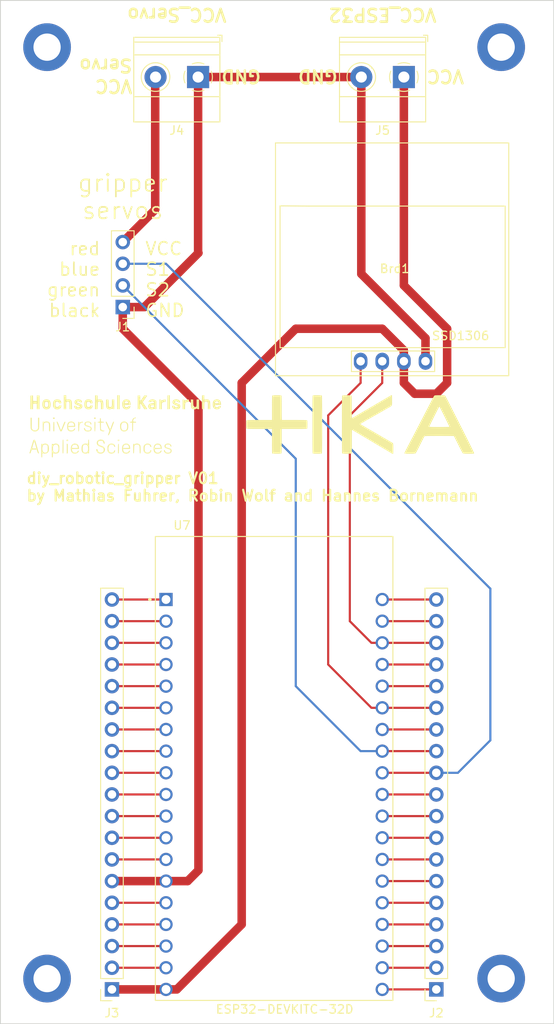
<source format=kicad_pcb>
(kicad_pcb (version 20221018) (generator pcbnew)
  (title_block (title "diy_robotics_gripper V01"))
  (layers (0 "F.Cu" signal) (31 "B.Cu" signal) (34 "B.Paste" user) (35 "F.Paste" user) (36 "B.SilkS" user "B.Silkscreen") (37 "F.SilkS" user "F.Silkscreen") (38 "B.Mask" user) (39 "F.Mask" user) (44 "Edge.Cuts" user))
  (net 0 "")
  (net 1 "/GND")
  (net 2 "/ServoVCC")
  (net 3 "Net-(J2-Pin_1)")
  (net 4 "Net-(J2-Pin_2)")
  (net 5 "Net-(J2-Pin_3)")
  (net 6 "Net-(J2-Pin_4)")
  (net 7 "Net-(J2-Pin_5)")
  (net 8 "Net-(J2-Pin_6)")
  (net 9 "Net-(J2-Pin_7)")
  (net 10 "Net-(J2-Pin_8)")
  (net 11 "Net-(J2-Pin_9)")
  (net 12 "Net-(J2-Pin_10)")
  (net 13 "S1")
  (net 14 "S2")
  (net 15 "Net-(J2-Pin_13)")
  (net 16 "Net-(J2-Pin_15)")
  (net 17 "Net-(J2-Pin_16)")
  (net 18 "Net-(J2-Pin_18)")
  (net 19 "Net-(J2-Pin_19)")
  (net 20 "Net-(J3-Pin_2)")
  (net 21 "Net-(J3-Pin_3)")
  (net 22 "Net-(J3-Pin_4)")
  (net 23 "Net-(J3-Pin_5)")
  (net 24 "Net-(J3-Pin_7)")
  (net 25 "Net-(J3-Pin_8)")
  (net 26 "Net-(J3-Pin_9)")
  (net 27 "Net-(J3-Pin_10)")
  (net 28 "Net-(J3-Pin_11)")
  (net 29 "Net-(J3-Pin_12)")
  (net 30 "Net-(J3-Pin_13)")
  (net 31 "Net-(J3-Pin_14)")
  (net 32 "Net-(J3-Pin_15)")
  (net 33 "Net-(J3-Pin_16)")
  (net 34 "Net-(J3-Pin_17)")
  (net 35 "Net-(J3-Pin_18)")
  (net 36 "Net-(J3-Pin_19)")
  (net 37 "Disp_SCL")
  (net 38 "Disp_SDA")
  (net 39 "/5V")
  (footprint "Connector_PinHeader_2.54mm:PinHeader_1x04_P2.54mm_Vertical" (layer "F.Cu") (at 39.37 60.96 180)
    (fp_text reference "J1" (at 0 -2.33) (layer "F.SilkS"))
    (fp_text value "Conn_01x04")
    (pad "1" thru_hole rect (at 0 0 180) (size 1.7 1.7) (drill 1) (layers "*.Cu" "*.Mask") (net 1 "/GND"))
    (pad "2" thru_hole oval (at 0 2.54 180) (size 1.7 1.7) (drill 1) (layers "*.Cu" "*.Mask") (net 14 "S2"))
    (pad "3" thru_hole oval (at 0 5.08 180) (size 1.7 1.7) (drill 1) (layers "*.Cu" "*.Mask") (net 13 "S1"))
    (pad "4" thru_hole oval (at 0 7.62 180) (size 1.7 1.7) (drill 1) (layers "*.Cu" "*.Mask") (net 2 "/ServoVCC"))
  )
  (footprint "MountingHole:MountingHole_3.2mm_M3_DIN965_Pad" (layer "F.Cu") (at 30.48 30.48)
    (fp_text reference "H1")
    (fp_text value "MountingHole")
    (pad "1" thru_hole circle (at 0 0) (size 5.6 5.6) (drill 3.2) (layers "*.Cu" "*.Mask"))
  )
  (footprint "TerminalBlock_Phoenix:TerminalBlock_Phoenix_MKDS-1,5-2_1x02_P5.00mm_Horizontal" (layer "F.Cu") (at 72.39 33.985 180)
    (fp_text reference "J5" (at 2.5 -6.26) (layer "F.SilkS"))
    (fp_text value "VCC_ESP32" (at 2.5 7.315 180 unlocked) (layer "F.SilkS") (effects (font (size 1.5 1.5) (thickness 0.3) bold)))
    (pad "1" thru_hole rect (at 0 0 180) (size 2.6 2.6) (drill 1.3) (layers "*.Cu" "*.Mask") (net 39 "/5V"))
    (pad "2" thru_hole circle (at 5 0 180) (size 2.6 2.6) (drill 1.3) (layers "*.Cu" "*.Mask") (net 1 "/GND"))
  )
  (footprint "Connector_PinSocket_2.54mm:PinSocket_1x19_P2.54mm_Vertical" (layer "F.Cu") (at 76.2 140.97 180)
    (fp_text reference "J2" (at 0 -2.77) (layer "F.SilkS"))
    (fp_text value "Conn_01x19_Socket")
    (pad "1" thru_hole rect (at 0 0 180) (size 1.7 1.7) (drill 1) (layers "*.Cu" "*.Mask") (net 3 "Net-(J2-Pin_1)"))
    (pad "2" thru_hole oval (at 0 2.54 180) (size 1.7 1.7) (drill 1) (layers "*.Cu" "*.Mask") (net 4 "Net-(J2-Pin_2)"))
    (pad "3" thru_hole oval (at 0 5.08 180) (size 1.7 1.7) (drill 1) (layers "*.Cu" "*.Mask") (net 5 "Net-(J2-Pin_3)"))
    (pad "4" thru_hole oval (at 0 7.62 180) (size 1.7 1.7) (drill 1) (layers "*.Cu" "*.Mask") (net 6 "Net-(J2-Pin_4)"))
    (pad "5" thru_hole oval (at 0 10.16 180) (size 1.7 1.7) (drill 1) (layers "*.Cu" "*.Mask") (net 7 "Net-(J2-Pin_5)"))
    (pad "6" thru_hole oval (at 0 12.7 180) (size 1.7 1.7) (drill 1) (layers "*.Cu" "*.Mask") (net 8 "Net-(J2-Pin_6)"))
    (pad "7" thru_hole oval (at 0 15.24 180) (size 1.7 1.7) (drill 1) (layers "*.Cu" "*.Mask") (net 9 "Net-(J2-Pin_7)"))
    (pad "8" thru_hole oval (at 0 17.78 180) (size 1.7 1.7) (drill 1) (layers "*.Cu" "*.Mask") (net 10 "Net-(J2-Pin_8)"))
    (pad "9" thru_hole oval (at 0 20.32 180) (size 1.7 1.7) (drill 1) (layers "*.Cu" "*.Mask") (net 11 "Net-(J2-Pin_9)"))
    (pad "10" thru_hole oval (at 0 22.86 180) (size 1.7 1.7) (drill 1) (layers "*.Cu" "*.Mask") (net 12 "Net-(J2-Pin_10)"))
    (pad "11" thru_hole oval (at 0 25.4 180) (size 1.7 1.7) (drill 1) (layers "*.Cu" "*.Mask") (net 13 "S1"))
    (pad "12" thru_hole oval (at 0 27.94 180) (size 1.7 1.7) (drill 1) (layers "*.Cu" "*.Mask") (net 14 "S2"))
    (pad "13" thru_hole oval (at 0 30.48 180) (size 1.7 1.7) (drill 1) (layers "*.Cu" "*.Mask") (net 15 "Net-(J2-Pin_13)"))
    (pad "14" thru_hole oval (at 0 33.02 180) (size 1.7 1.7) (drill 1) (layers "*.Cu" "*.Mask") (net 38 "Disp_SDA"))
    (pad "15" thru_hole oval (at 0 35.56 180) (size 1.7 1.7) (drill 1) (layers "*.Cu" "*.Mask") (net 16 "Net-(J2-Pin_15)"))
    (pad "16" thru_hole oval (at 0 38.1 180) (size 1.7 1.7) (drill 1) (layers "*.Cu" "*.Mask") (net 17 "Net-(J2-Pin_16)"))
    (pad "17" thru_hole oval (at 0 40.64 180) (size 1.7 1.7) (drill 1) (layers "*.Cu" "*.Mask") (net 37 "Disp_SCL"))
    (pad "18" thru_hole oval (at 0 43.18 180) (size 1.7 1.7) (drill 1) (layers "*.Cu" "*.Mask") (net 18 "Net-(J2-Pin_18)"))
    (pad "19" thru_hole oval (at 0 45.72 180) (size 1.7 1.7) (drill 1) (layers "*.Cu" "*.Mask") (net 19 "Net-(J2-Pin_19)"))
  )
  (footprint "MountingHole:MountingHole_3.2mm_M3_DIN965_Pad" (layer "F.Cu") (at 30.48 139.7)
    (fp_text reference "H2")
    (fp_text value "MountingHole")
    (pad "1" thru_hole circle (at 0 0) (size 5.6 5.6) (drill 3.2) (layers "*.Cu" "*.Mask"))
  )
  (footprint "SSD1306-128x64:128x64OLED" (layer "F.Cu") (at 71.31 56.71 180)
    (fp_text reference "Brd1" (at 0 0.254) (layer "F.SilkS"))
    (fp_text value "SSD1306" (at -7.747 -7.62) (layer "F.SilkS"))
    (pad "1" thru_hole oval (at -3.62 -10.6 270) (size 2 1.6) (drill 1) (layers "*.Cu" "*.Mask") (net 1 "/GND"))
    (pad "2" thru_hole oval (at -1.08 -10.6 270) (size 2 1.6) (drill 1) (layers "*.Cu" "*.Mask") (net 39 "/5V"))
    (pad "3" thru_hole oval (at 1.46 -10.6 270) (size 2 1.6) (drill 1) (layers "*.Cu" "*.Mask") (net 37 "Disp_SCL"))
    (pad "4" thru_hole oval (at 4 -10.6 270) (size 2 1.6) (drill 1) (layers "*.Cu" "*.Mask") (net 38 "Disp_SDA"))
  )
  (footprint "LOGO" (layer "F.Cu") (at 54.61 74.93)
    (fp_text reference "G***")
    (fp_text value "LOGO" hide)
  )
  (footprint "TerminalBlock_Phoenix:TerminalBlock_Phoenix_MKDS-1,5-2_1x02_P5.00mm_Horizontal" (layer "F.Cu") (at 48.22 33.985 180)
    (fp_text reference "J4" (at 2.5 -6.26) (layer "F.SilkS"))
    (fp_text value "VCC_Servo" (at 2.5 7.315 180 unlocked) (layer "F.SilkS") (effects (font (size 1.5 1.5) (thickness 0.3) bold)))
    (pad "1" thru_hole rect (at 0 0 180) (size 2.6 2.6) (drill 1.3) (layers "*.Cu" "*.Mask") (net 1 "/GND"))
    (pad "2" thru_hole circle (at 5 0 180) (size 2.6 2.6) (drill 1.3) (layers "*.Cu" "*.Mask") (net 2 "/ServoVCC"))
  )
  (footprint "ESP32-DEVKITC-32D:MODULE_ESP32-DEVKITC-32D" (layer "F.Cu") (at 57.15 115.01)
    (fp_text reference "U7" (at -10.829175 -28.446045) (layer "F.SilkS") (effects (font (size 1.000386 1.000386))))
    (fp_text value "ESP32-DEVKITC-32D" (at 1.24136 28.294535) (layer "F.SilkS") (effects (font (size 1.001047 1.001047))))
    (pad "J2-1" thru_hole rect (at -12.7 -19.76) (size 1.56 1.56) (drill 1.04) (layers "*.Cu" "*.Mask") (net 36 "Net-(J3-Pin_19)"))
    (pad "J2-2" thru_hole circle (at -12.7 -17.22) (size 1.56 1.56) (drill 1.04) (layers "*.Cu" "*.Mask") (net 35 "Net-(J3-Pin_18)"))
    (pad "J2-3" thru_hole circle (at -12.7 -14.68) (size 1.56 1.56) (drill 1.04) (layers "*.Cu" "*.Mask") (net 34 "Net-(J3-Pin_17)"))
    (pad "J2-4" thru_hole circle (at -12.7 -12.14) (size 1.56 1.56) (drill 1.04) (layers "*.Cu" "*.Mask") (net 33 "Net-(J3-Pin_16)"))
    (pad "J2-5" thru_hole circle (at -12.7 -9.6) (size 1.56 1.56) (drill 1.04) (layers "*.Cu" "*.Mask") (net 32 "Net-(J3-Pin_15)"))
    (pad "J2-6" thru_hole circle (at -12.7 -7.06) (size 1.56 1.56) (drill 1.04) (layers "*.Cu" "*.Mask") (net 31 "Net-(J3-Pin_14)"))
    (pad "J2-7" thru_hole circle (at -12.7 -4.52) (size 1.56 1.56) (drill 1.04) (layers "*.Cu" "*.Mask") (net 30 "Net-(J3-Pin_13)"))
    (pad "J2-8" thru_hole circle (at -12.7 -1.98) (size 1.56 1.56) (drill 1.04) (layers "*.Cu" "*.Mask") (net 29 "Net-(J3-Pin_12)"))
    (pad "J2-9" thru_hole circle (at -12.7 0.56) (size 1.56 1.56) (drill 1.04) (layers "*.Cu" "*.Mask") (net 28 "Net-(J3-Pin_11)"))
    (pad "J2-10" thru_hole circle (at -12.7 3.1) (size 1.56 1.56) (drill 1.04) (layers "*.Cu" "*.Mask") (net 27 "Net-(J3-Pin_10)"))
    (pad "J2-11" thru_hole circle (at -12.7 5.64) (size 1.56 1.56) (drill 1.04) (layers "*.Cu" "*.Mask") (net 26 "Net-(J3-Pin_9)"))
    (pad "J2-12" thru_hole circle (at -12.7 8.18) (size 1.56 1.56) (drill 1.04) (layers "*.Cu" "*.Mask") (net 25 "Net-(J3-Pin_8)"))
    (pad "J2-13" thru_hole circle (at -12.7 10.72) (size 1.56 1.56) (drill 1.04) (layers "*.Cu" "*.Mask") (net 24 "Net-(J3-Pin_7)"))
    (pad "J2-14" thru_hole circle (at -12.7 13.26) (size 1.56 1.56) (drill 1.04) (layers "*.Cu" "*.Mask") (net 1 "/GND"))
    (pad "J2-15" thru_hole circle (at -12.7 15.8) (size 1.56 1.56) (drill 1.04) (layers "*.Cu" "*.Mask") (net 23 "Net-(J3-Pin_5)"))
    (pad "J2-16" thru_hole circle (at -12.7 18.34) (size 1.56 1.56) (drill 1.04) (layers "*.Cu" "*.Mask") (net 22 "Net-(J3-Pin_4)"))
    (pad "J2-17" thru_hole circle (at -12.7 20.88) (size 1.56 1.56) (drill 1.04) (layers "*.Cu" "*.Mask") (net 21 "Net-(J3-Pin_3)"))
    (pad "J2-18" thru_hole circle (at -12.7 23.42) (size 1.56 1.56) (drill 1.04) (layers "*.Cu" "*.Mask") (net 20 "Net-(J3-Pin_2)"))
    (pad "J2-19" thru_hole circle (at -12.7 25.96) (size 1.56 1.56) (drill 1.04) (layers "*.Cu" "*.Mask") (net 39 "/5V"))
    (pad "J3-1" thru_hole circle (at 12.7 -19.76) (size 1.56 1.56) (drill 1.04) (layers "*.Cu" "*.Mask") (net 19 "Net-(J2-Pin_19)"))
    (pad "J3-2" thru_hole circle (at 12.7 -17.22) (size 1.56 1.56) (drill 1.04) (layers "*.Cu" "*.Mask") (net 18 "Net-(J2-Pin_18)"))
    (pad "J3-3" thru_hole circle (at 12.7 -14.68) (size 1.56 1.56) (drill 1.04) (layers "*.Cu" "*.Mask") (net 37 "Disp_SCL"))
    (pad "J3-4" thru_hole circle (at 12.7 -12.14) (size 1.56 1.56) (drill 1.04) (layers "*.Cu" "*.Mask") (net 17 "Net-(J2-Pin_16)"))
    (pad "J3-5" thru_hole circle (at 12.7 -9.6) (size 1.56 1.56) (drill 1.04) (layers "*.Cu" "*.Mask") (net 16 "Net-(J2-Pin_15)"))
    (pad "J3-6" thru_hole circle (at 12.7 -7.06) (size 1.56 1.56) (drill 1.04) (layers "*.Cu" "*.Mask") (net 38 "Disp_SDA"))
    (pad "J3-7" thru_hole circle (at 12.7 -4.52) (size 1.56 1.56) (drill 1.04) (layers "*.Cu" "*.Mask") (net 15 "Net-(J2-Pin_13)"))
    (pad "J3-8" thru_hole circle (at 12.7 -1.98) (size 1.56 1.56) (drill 1.04) (layers "*.Cu" "*.Mask") (net 14 "S2"))
    (pad "J3-9" thru_hole circle (at 12.7 0.56) (size 1.56 1.56) (drill 1.04) (layers "*.Cu" "*.Mask") (net 13 "S1"))
    (pad "J3-10" thru_hole circle (at 12.7 3.1) (size 1.56 1.56) (drill 1.04) (layers "*.Cu" "*.Mask") (net 12 "Net-(J2-Pin_10)"))
    (pad "J3-11" thru_hole circle (at 12.7 5.64) (size 1.56 1.56) (drill 1.04) (layers "*.Cu" "*.Mask") (net 11 "Net-(J2-Pin_9)"))
    (pad "J3-12" thru_hole circle (at 12.7 8.18) (size 1.56 1.56) (drill 1.04) (layers "*.Cu" "*.Mask") (net 10 "Net-(J2-Pin_8)"))
    (pad "J3-13" thru_hole circle (at 12.7 10.72) (size 1.56 1.56) (drill 1.04) (layers "*.Cu" "*.Mask") (net 9 "Net-(J2-Pin_7)"))
    (pad "J3-14" thru_hole circle (at 12.7 13.26) (size 1.56 1.56) (drill 1.04) (layers "*.Cu" "*.Mask") (net 8 "Net-(J2-Pin_6)"))
    (pad "J3-15" thru_hole circle (at 12.7 15.8) (size 1.56 1.56) (drill 1.04) (layers "*.Cu" "*.Mask") (net 7 "Net-(J2-Pin_5)"))
    (pad "J3-16" thru_hole circle (at 12.7 18.34) (size 1.56 1.56) (drill 1.04) (layers "*.Cu" "*.Mask") (net 6 "Net-(J2-Pin_4)"))
    (pad "J3-17" thru_hole circle (at 12.7 20.88) (size 1.56 1.56) (drill 1.04) (layers "*.Cu" "*.Mask") (net 5 "Net-(J2-Pin_3)"))
    (pad "J3-18" thru_hole circle (at 12.7 23.42) (size 1.56 1.56) (drill 1.04) (layers "*.Cu" "*.Mask") (net 4 "Net-(J2-Pin_2)"))
    (pad "J3-19" thru_hole circle (at 12.7 25.96) (size 1.56 1.56) (drill 1.04) (layers "*.Cu" "*.Mask") (net 3 "Net-(J2-Pin_1)"))
  )
  (footprint "MountingHole:MountingHole_3.2mm_M3_DIN965_Pad" (layer "F.Cu") (at 83.82 30.48)
    (fp_text reference "H3")
    (fp_text value "MountingHole")
    (pad "1" thru_hole circle (at 0 0) (size 5.6 5.6) (drill 3.2) (layers "*.Cu" "*.Mask"))
  )
  (footprint "MountingHole:MountingHole_3.2mm_M3_DIN965_Pad" (layer "F.Cu") (at 83.82 139.7)
    (fp_text reference "H4")
    (fp_text value "MountingHole")
    (pad "1" thru_hole circle (at 0 0) (size 5.6 5.6) (drill 3.2) (layers "*.Cu" "*.Mask"))
  )
  (footprint "Connector_PinSocket_2.54mm:PinSocket_1x19_P2.54mm_Vertical" (layer "F.Cu") (at 38.1 140.97 180)
    (fp_text reference "J3" (at 0 -2.77) (layer "F.SilkS"))
    (fp_text value "Conn_01x19_Socket")
    (pad "1" thru_hole rect (at 0 0 180) (size 1.7 1.7) (drill 1) (layers "*.Cu" "*.Mask") (net 39 "/5V"))
    (pad "2" thru_hole oval (at 0 2.54 180) (size 1.7 1.7) (drill 1) (layers "*.Cu" "*.Mask") (net 20 "Net-(J3-Pin_2)"))
    (pad "3" thru_hole oval (at 0 5.08 180) (size 1.7 1.7) (drill 1) (layers "*.Cu" "*.Mask") (net 21 "Net-(J3-Pin_3)"))
    (pad "4" thru_hole oval (at 0 7.62 180) (size 1.7 1.7) (drill 1) (layers "*.Cu" "*.Mask") (net 22 "Net-(J3-Pin_4)"))
    (pad "5" thru_hole oval (at 0 10.16 180) (size 1.7 1.7) (drill 1) (layers "*.Cu" "*.Mask") (net 23 "Net-(J3-Pin_5)"))
    (pad "6" thru_hole oval (at 0 12.7 180) (size 1.7 1.7) (drill 1) (layers "*.Cu" "*.Mask") (net 1 "/GND"))
    (pad "7" thru_hole oval (at 0 15.24 180) (size 1.7 1.7) (drill 1) (layers "*.Cu" "*.Mask") (net 24 "Net-(J3-Pin_7)"))
    (pad "8" thru_hole oval (at 0 17.78 180) (size 1.7 1.7) (drill 1) (layers "*.Cu" "*.Mask") (net 25 "Net-(J3-Pin_8)"))
    (pad "9" thru_hole oval (at 0 20.32 180) (size 1.7 1.7) (drill 1) (layers "*.Cu" "*.Mask") (net 26 "Net-(J3-Pin_9)"))
    (pad "10" thru_hole oval (at 0 22.86 180) (size 1.7 1.7) (drill 1) (layers "*.Cu" "*.Mask") (net 27 "Net-(J3-Pin_10)"))
    (pad "11" thru_hole oval (at 0 25.4 180) (size 1.7 1.7) (drill 1) (layers "*.Cu" "*.Mask") (net 28 "Net-(J3-Pin_11)"))
    (pad "12" thru_hole oval (at 0 27.94 180) (size 1.7 1.7) (drill 1) (layers "*.Cu" "*.Mask") (net 29 "Net-(J3-Pin_12)"))
    (pad "13" thru_hole oval (at 0 30.48 180) (size 1.7 1.7) (drill 1) (layers "*.Cu" "*.Mask") (net 30 "Net-(J3-Pin_13)"))
    (pad "14" thru_hole oval (at 0 33.02 180) (size 1.7 1.7) (drill 1) (layers "*.Cu" "*.Mask") (net 31 "Net-(J3-Pin_14)"))
    (pad "15" thru_hole oval (at 0 35.56 180) (size 1.7 1.7) (drill 1) (layers "*.Cu" "*.Mask") (net 32 "Net-(J3-Pin_15)"))
    (pad "16" thru_hole oval (at 0 38.1 180) (size 1.7 1.7) (drill 1) (layers "*.Cu" "*.Mask") (net 33 "Net-(J3-Pin_16)"))
    (pad "17" thru_hole oval (at 0 40.64 180) (size 1.7 1.7) (drill 1) (layers "*.Cu" "*.Mask") (net 34 "Net-(J3-Pin_17)"))
    (pad "18" thru_hole oval (at 0 43.18 180) (size 1.7 1.7) (drill 1) (layers "*.Cu" "*.Mask") (net 35 "Net-(J3-Pin_18)"))
    (pad "19" thru_hole oval (at 0 45.72 180) (size 1.7 1.7) (drill 1) (layers "*.Cu" "*.Mask") (net 36 "Net-(J3-Pin_19)"))
  )
  (gr_line (start 90 25) (end 90 145) (stroke (width 0.1)) (layer "Edge.Cuts"))
  (gr_line (start 25 145) (end 25 25) (stroke (width 0.1)) (layer "Edge.Cuts"))
  (gr_line (start 90 145) (end 25 145) (stroke (width 0.1)) (layer "Edge.Cuts"))
  (gr_line (start 25 25) (end 90 25) (stroke (width 0.1)) (layer "Edge.Cuts"))
  (gr_text "red\nblue\ngreen\nblack" (at 36.83 62.23) (layer "F.SilkS") (effects (font (size 1.5 1.5) (thickness 0.2) bold) (justify right bottom)))
  (gr_text "VCC\nServo" (at 40.64 31.75 180) (layer "F.SilkS") (effects (font (size 1.5 1.5) (thickness 0.3) bold) (justify left bottom)))
  (gr_text "diy_robotic_gripper V01\nby Mathias Fuhrer, Robin Wolf and Hannes Bornemann" (at 27.94 83.82) (layer "F.SilkS") (effects (font (size 1.27 1.27) (thickness 0.254) bold) (justify left bottom)))
  (gr_text "GND" (at 50.8 33.02 180) (layer "F.SilkS") (effects (font (size 1.5 1.5) (thickness 0.3) bold) (justify right bottom)))
  (gr_text "VCC\nS1\nS2\nGND\n" (at 41.91 62.23) (layer "F.SilkS") (effects (font (size 1.5 1.5) (thickness 0.2) bold) (justify left bottom)))
  (gr_text "GND" (at 64.77 33.02 180) (layer "F.SilkS") (effects (font (size 1.5 1.5) (thickness 0.3) bold) (justify left bottom)))
  (gr_text "gripper\nservos" (at 39.37 50.8) (layer "F.SilkS") (effects (font (size 2 2) (thickness 0.2) bold) (justify bottom)))
  (gr_text "VCC" (at 74.93 33.02 180) (layer "F.SilkS") (effects (font (size 1.5 1.5) (thickness 0.3) bold) (justify right bottom)))
  (segment (start 67.39 57.07) (end 74.93 64.61) (width 1) (layer "F.Cu") (net 1))
  (segment (start 39.37 60.96) (end 39.37 63.5) (width 1) (layer "F.Cu") (net 1))
  (segment (start 48.26 72.39) (end 48.26 127) (width 1) (layer "F.Cu") (net 1))
  (segment (start 48.22 33.985) (end 48.22 54.57) (width 1) (layer "F.Cu") (net 1))
  (segment (start 48.22 54.57) (end 48.26 54.61) (width 1) (layer "F.Cu") (net 1))
  (segment (start 39.37 63.5) (end 48.26 72.39) (width 1) (layer "F.Cu") (net 1))
  (segment (start 74.93 64.61) (end 74.93 67.31) (width 1) (layer "F.Cu") (net 1))
  (segment (start 67.39 33.985) (end 48.22 33.985) (width 1) (layer "F.Cu") (net 1))
  (segment (start 44.45 128.27) (end 38.1 128.27) (width 1) (layer "F.Cu") (net 1))
  (segment (start 48.26 127) (end 46.99 128.27) (width 1) (layer "F.Cu") (net 1))
  (segment (start 41.91 60.96) (end 48.26 54.61) (width 1) (layer "F.Cu") (net 1))
  (segment (start 46.99 128.27) (end 44.45 128.27) (width 1) (layer "F.Cu") (net 1))
  (segment (start 67.39 33.985) (end 67.39 57.07) (width 1) (layer "F.Cu") (net 1))
  (segment (start 39.37 60.96) (end 41.91 60.96) (width 1) (layer "F.Cu") (net 1))
  (segment (start 43.18 49.53) (end 39.37 53.34) (width 1) (layer "F.Cu") (net 2))
  (segment (start 43.22 33.985) (end 43.18 34.025) (width 1) (layer "F.Cu") (net 2))
  (segment (start 43.18 34.025) (end 43.18 49.53) (width 1) (layer "F.Cu") (net 2))
  (segment (start 76.2 140.97) (end 69.85 140.97) (width 0.25) (layer "F.Cu") (net 3))
  (segment (start 76.2 138.43) (end 69.85 138.43) (width 0.25) (layer "F.Cu") (net 4))
  (segment (start 76.2 135.89) (end 69.85 135.89) (width 0.25) (layer "F.Cu") (net 5))
  (segment (start 76.2 133.35) (end 69.85 133.35) (width 0.25) (layer "F.Cu") (net 6))
  (segment (start 76.2 130.81) (end 69.85 130.81) (width 0.25) (layer "F.Cu") (net 7))
  (segment (start 76.2 128.27) (end 69.85 128.27) (width 0.25) (layer "F.Cu") (net 8))
  (segment (start 76.2 125.73) (end 69.85 125.73) (width 0.25) (layer "F.Cu") (net 9))
  (segment (start 76.2 123.19) (end 69.85 123.19) (width 0.25) (layer "F.Cu") (net 10))
  (segment (start 76.2 120.65) (end 69.85 120.65) (width 0.25) (layer "F.Cu") (net 11))
  (segment (start 76.2 118.11) (end 69.85 118.11) (width 0.25) (layer "F.Cu") (net 12))
  (segment (start 76.2 115.57) (end 69.85 115.57) (width 0.25) (layer "F.Cu") (net 13))
  (segment (start 78.74 115.57) (end 76.2 115.57) (width 0.25) (layer "B.Cu") (net 13))
  (segment (start 39.37 55.88) (end 44.45 55.88) (width 0.25) (layer "B.Cu") (net 13))
  (segment (start 82.55 93.98) (end 82.55 111.76) (width 0.25) (layer "B.Cu") (net 13))
  (segment (start 44.45 55.88) (end 82.55 93.98) (width 0.25) (layer "B.Cu") (net 13))
  (segment (start 82.55 111.76) (end 78.74 115.57) (width 0.25) (layer "B.Cu") (net 13))
  (segment (start 76.2 113.03) (end 69.85 113.03) (width 0.25) (layer "F.Cu") (net 14))
  (segment (start 59.69 78.74) (end 59.69 105.41) (width 0.25) (layer "B.Cu") (net 14))
  (segment (start 67.31 113.03) (end 69.85 113.03) (width 0.25) (layer "B.Cu") (net 14))
  (segment (start 39.37 58.42) (end 59.69 78.74) (width 0.25) (layer "B.Cu") (net 14))
  (segment (start 59.69 105.41) (end 67.31 113.03) (width 0.25) (layer "B.Cu") (net 14))
  (segment (start 76.2 110.49) (end 69.85 110.49) (width 0.25) (layer "F.Cu") (net 15))
  (segment (start 76.2 105.41) (end 69.85 105.41) (width 0.25) (layer "F.Cu") (net 16))
  (segment (start 76.2 102.87) (end 69.85 102.87) (width 0.25) (layer "F.Cu") (net 17))
  (segment (start 76.2 97.79) (end 69.85 97.79) (width 0.25) (layer "F.Cu") (net 18))
  (segment (start 76.2 95.25) (end 69.85 95.25) (width 0.25) (layer "F.Cu") (net 19))
  (segment (start 44.45 138.43) (end 38.1 138.43) (width 0.25) (layer "F.Cu") (net 20))
  (segment (start 44.45 135.89) (end 38.1 135.89) (width 0.25) (layer "F.Cu") (net 21))
  (segment (start 44.45 133.35) (end 38.1 133.35) (width 0.25) (layer "F.Cu") (net 22))
  (segment (start 44.45 130.81) (end 38.1 130.81) (width 0.25) (layer "F.Cu") (net 23))
  (segment (start 44.45 125.73) (end 38.1 125.73) (width 0.25) (layer "F.Cu") (net 24))
  (segment (start 44.45 123.19) (end 38.1 123.19) (width 0.25) (layer "F.Cu") (net 25))
  (segment (start 44.45 120.65) (end 38.1 120.65) (width 0.25) (layer "F.Cu") (net 26))
  (segment (start 44.45 118.11) (end 38.1 118.11) (width 0.25) (layer "F.Cu") (net 27))
  (segment (start 44.45 115.57) (end 38.1 115.57) (width 0.25) (layer "F.Cu") (net 28))
  (segment (start 44.45 113.03) (end 38.1 113.03) (width 0.25) (layer "F.Cu") (net 29))
  (segment (start 44.45 110.49) (end 38.1 110.49) (width 0.25) (layer "F.Cu") (net 30))
  (segment (start 44.45 107.95) (end 38.1 107.95) (width 0.25) (layer "F.Cu") (net 31))
  (segment (start 44.45 105.41) (end 38.1 105.41) (width 0.25) (layer "F.Cu") (net 32))
  (segment (start 44.45 102.87) (end 38.1 102.87) (width 0.25) (layer "F.Cu") (net 33))
  (segment (start 44.45 100.33) (end 38.1 100.33) (width 0.25) (layer "F.Cu") (net 34))
  (segment (start 44.45 97.79) (end 38.1 97.79) (width 0.25) (layer "F.Cu") (net 35))
  (segment (start 44.45 95.25) (end 38.1 95.25) (width 0.25) (layer "F.Cu") (net 36))
  (segment (start 68.58 100.33) (end 69.85 100.33) (width 0.25) (layer "F.Cu") (net 37))
  (segment (start 66.04 73.66) (end 69.85 69.85) (width 0.25) (layer "F.Cu") (net 37))
  (segment (start 66.04 73.66) (end 66.04 97.79) (width 0.25) (layer "F.Cu") (net 37))
  (segment (start 69.85 69.85) (end 69.85 67.31) (width 0.25) (layer "F.Cu") (net 37))
  (segment (start 66.04 97.79) (end 68.58 100.33) (width 0.25) (layer "F.Cu") (net 37))
  (segment (start 76.2 100.33) (end 69.85 100.33) (width 0.25) (layer "F.Cu") (net 37))
  (segment (start 63.5 73.66) (end 63.5 102.87) (width 0.25) (layer "F.Cu") (net 38))
  (segment (start 67.31 67.31) (end 67.31 69.85) (width 0.25) (layer "F.Cu") (net 38))
  (segment (start 76.2 107.95) (end 69.85 107.95) (width 0.25) (layer "F.Cu") (net 38))
  (segment (start 63.5 102.87) (end 68.58 107.95) (width 0.25) (layer "F.Cu") (net 38))
  (segment (start 68.58 107.95) (end 69.85 107.95) (width 0.25) (layer "F.Cu") (net 38))
  (segment (start 67.31 69.85) (end 63.5 73.66) (width 0.25) (layer "F.Cu") (net 38))
  (segment (start 45.72 140.97) (end 44.45 140.97) (width 1) (layer "F.Cu") (net 39))
  (segment (start 59.69 63.5) (end 53.34 69.85) (width 1) (layer "F.Cu") (net 39))
  (segment (start 72.39 67.31) (end 72.39 66.04) (width 1) (layer "F.Cu") (net 39))
  (segment (start 44.45 140.97) (end 38.1 140.97) (width 1) (layer "F.Cu") (net 39))
  (segment (start 72.39 58.42) (end 77.47 63.5) (width 1) (layer "F.Cu") (net 39))
  (segment (start 53.34 133.35) (end 45.72 140.97) (width 1) (layer "F.Cu") (net 39))
  (segment (start 72.39 69.85) (end 72.39 67.31) (width 1) (layer "F.Cu") (net 39))
  (segment (start 72.39 33.985) (end 72.39 58.42) (width 1) (layer "F.Cu") (net 39))
  (segment (start 73.66 71.12) (end 72.39 69.85) (width 1) (layer "F.Cu") (net 39))
  (segment (start 69.85 63.5) (end 59.69 63.5) (width 1) (layer "F.Cu") (net 39))
  (segment (start 77.47 63.5) (end 77.47 69.85) (width 1) (layer "F.Cu") (net 39))
  (segment (start 76.2 71.12) (end 73.66 71.12) (width 1) (layer "F.Cu") (net 39))
  (segment (start 53.34 69.85) (end 53.34 133.35) (width 1) (layer "F.Cu") (net 39))
  (segment (start 77.47 69.85) (end 76.2 71.12) (width 1) (layer "F.Cu") (net 39))
  (segment (start 72.39 66.04) (end 69.85 63.5) (width 1) (layer "F.Cu") (net 39))
)
</source>
